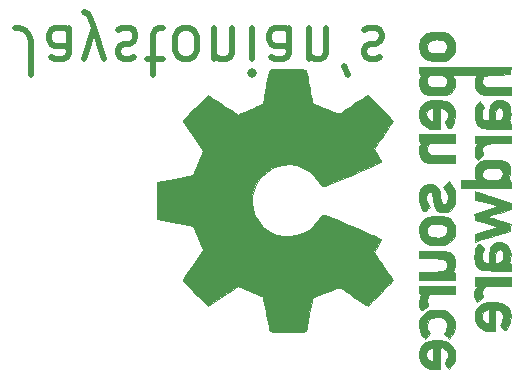
<source format=gbr>
G04 #@! TF.GenerationSoftware,KiCad,Pcbnew,(5.1.5)-3*
G04 #@! TF.CreationDate,2020-09-28T21:35:28-04:00*
G04 #@! TF.ProjectId,PowerSync,506f7765-7253-4796-9e63-2e6b69636164,rev?*
G04 #@! TF.SameCoordinates,Original*
G04 #@! TF.FileFunction,Legend,Bot*
G04 #@! TF.FilePolarity,Positive*
%FSLAX46Y46*%
G04 Gerber Fmt 4.6, Leading zero omitted, Abs format (unit mm)*
G04 Created by KiCad (PCBNEW (5.1.5)-3) date 2020-09-28 21:35:28*
%MOMM*%
%LPD*%
G04 APERTURE LIST*
%ADD10C,0.500000*%
%ADD11C,0.010000*%
G04 APERTURE END LIST*
D10*
X116814000Y-72548476D02*
X116814000Y-69691333D01*
X116647333Y-69119904D01*
X116314000Y-68738952D01*
X115814000Y-68548476D01*
X115480666Y-68548476D01*
X119980666Y-68548476D02*
X119980666Y-70643714D01*
X119814000Y-71024666D01*
X119480666Y-71215142D01*
X118814000Y-71215142D01*
X118480666Y-71024666D01*
X119980666Y-68738952D02*
X119647333Y-68548476D01*
X118814000Y-68548476D01*
X118480666Y-68738952D01*
X118314000Y-69119904D01*
X118314000Y-69500857D01*
X118480666Y-69881809D01*
X118814000Y-70072285D01*
X119647333Y-70072285D01*
X119980666Y-70262761D01*
X121314000Y-71215142D02*
X122147333Y-68548476D01*
X122980666Y-71215142D02*
X122147333Y-68548476D01*
X121814000Y-67596095D01*
X121647333Y-67405619D01*
X121314000Y-67215142D01*
X124147333Y-68738952D02*
X124480666Y-68548476D01*
X125147333Y-68548476D01*
X125480666Y-68738952D01*
X125647333Y-69119904D01*
X125647333Y-69310380D01*
X125480666Y-69691333D01*
X125147333Y-69881809D01*
X124647333Y-69881809D01*
X124314000Y-70072285D01*
X124147333Y-70453238D01*
X124147333Y-70643714D01*
X124314000Y-71024666D01*
X124647333Y-71215142D01*
X125147333Y-71215142D01*
X125480666Y-71024666D01*
X126647333Y-71215142D02*
X127980666Y-71215142D01*
X127147333Y-72548476D02*
X127147333Y-69119904D01*
X127314000Y-68738952D01*
X127647333Y-68548476D01*
X127980666Y-68548476D01*
X129647333Y-68548476D02*
X129314000Y-68738952D01*
X129147333Y-68929428D01*
X128980666Y-69310380D01*
X128980666Y-70453238D01*
X129147333Y-70834190D01*
X129314000Y-71024666D01*
X129647333Y-71215142D01*
X130147333Y-71215142D01*
X130480666Y-71024666D01*
X130647333Y-70834190D01*
X130814000Y-70453238D01*
X130814000Y-69310380D01*
X130647333Y-68929428D01*
X130480666Y-68738952D01*
X130147333Y-68548476D01*
X129647333Y-68548476D01*
X132314000Y-71215142D02*
X132314000Y-68548476D01*
X132314000Y-70834190D02*
X132480666Y-71024666D01*
X132814000Y-71215142D01*
X133314000Y-71215142D01*
X133647333Y-71024666D01*
X133814000Y-70643714D01*
X133814000Y-68548476D01*
X135480666Y-68548476D02*
X135480666Y-71215142D01*
X135480666Y-72548476D02*
X135314000Y-72358000D01*
X135480666Y-72167523D01*
X135647333Y-72358000D01*
X135480666Y-72548476D01*
X135480666Y-72167523D01*
X138647333Y-68548476D02*
X138647333Y-70643714D01*
X138480666Y-71024666D01*
X138147333Y-71215142D01*
X137480666Y-71215142D01*
X137147333Y-71024666D01*
X138647333Y-68738952D02*
X138314000Y-68548476D01*
X137480666Y-68548476D01*
X137147333Y-68738952D01*
X136980666Y-69119904D01*
X136980666Y-69500857D01*
X137147333Y-69881809D01*
X137480666Y-70072285D01*
X138314000Y-70072285D01*
X138647333Y-70262761D01*
X140314000Y-71215142D02*
X140314000Y-68548476D01*
X140314000Y-70834190D02*
X140480666Y-71024666D01*
X140814000Y-71215142D01*
X141314000Y-71215142D01*
X141647333Y-71024666D01*
X141814000Y-70643714D01*
X141814000Y-68548476D01*
X143647333Y-72548476D02*
X143314000Y-71786571D01*
X144980666Y-68738952D02*
X145314000Y-68548476D01*
X145980666Y-68548476D01*
X146314000Y-68738952D01*
X146480666Y-69119904D01*
X146480666Y-69310380D01*
X146314000Y-69691333D01*
X145980666Y-69881809D01*
X145480666Y-69881809D01*
X145147333Y-70072285D01*
X144980666Y-70453238D01*
X144980666Y-70643714D01*
X145147333Y-71024666D01*
X145480666Y-71215142D01*
X145980666Y-71215142D01*
X146314000Y-71024666D01*
D11*
G36*
X130477111Y-85274571D02*
G01*
X130906281Y-86315656D01*
X131335450Y-87356741D01*
X130486169Y-88605697D01*
X130249701Y-88955470D01*
X130038566Y-89271645D01*
X129862404Y-89539469D01*
X129730854Y-89744188D01*
X129653556Y-89871047D01*
X129636889Y-89905595D01*
X129679755Y-89967833D01*
X129798261Y-90100827D01*
X129977269Y-90289671D01*
X130201640Y-90519457D01*
X130456237Y-90775279D01*
X130725921Y-91042229D01*
X130995554Y-91305401D01*
X131249997Y-91549887D01*
X131474112Y-91760780D01*
X131652762Y-91923174D01*
X131770807Y-92022160D01*
X131810313Y-92045824D01*
X131883144Y-92011768D01*
X132042704Y-91916291D01*
X132273384Y-91769431D01*
X132559578Y-91581228D01*
X132885678Y-91361719D01*
X133071678Y-91234522D01*
X133411312Y-91002680D01*
X133717797Y-90796664D01*
X133975878Y-90626470D01*
X134170299Y-90502092D01*
X134285803Y-90433524D01*
X134310077Y-90423220D01*
X134379063Y-90446578D01*
X134539843Y-90510247D01*
X134769811Y-90604620D01*
X135046361Y-90720091D01*
X135346889Y-90847052D01*
X135648787Y-90975899D01*
X135929452Y-91097023D01*
X136166276Y-91200818D01*
X136336656Y-91277677D01*
X136417984Y-91317995D01*
X136421185Y-91320374D01*
X136436713Y-91383681D01*
X136471358Y-91552279D01*
X136521711Y-91808692D01*
X136584369Y-92135446D01*
X136655925Y-92515065D01*
X136697188Y-92736551D01*
X136774422Y-93142193D01*
X136847914Y-93508582D01*
X136913643Y-93817183D01*
X136967589Y-94049459D01*
X137005729Y-94186874D01*
X137017830Y-94214498D01*
X137099733Y-94241553D01*
X137284712Y-94263382D01*
X137551134Y-94280001D01*
X137877370Y-94291424D01*
X138241787Y-94297665D01*
X138622755Y-94298741D01*
X138998644Y-94294665D01*
X139347822Y-94285452D01*
X139648658Y-94271117D01*
X139879522Y-94251675D01*
X140018782Y-94227141D01*
X140047773Y-94212426D01*
X140082521Y-94124466D01*
X140132200Y-93938084D01*
X140190972Y-93677932D01*
X140253003Y-93368664D01*
X140273070Y-93260706D01*
X140368412Y-92740194D01*
X140445194Y-92329028D01*
X140506469Y-92013620D01*
X140555288Y-91780386D01*
X140594703Y-91615739D01*
X140627766Y-91506094D01*
X140657527Y-91437865D01*
X140687040Y-91397465D01*
X140692873Y-91391813D01*
X140786834Y-91335390D01*
X140969694Y-91249317D01*
X141219061Y-91142187D01*
X141512546Y-91022597D01*
X141827755Y-90899139D01*
X142142298Y-90780410D01*
X142433784Y-90675002D01*
X142679821Y-90591511D01*
X142858017Y-90538532D01*
X142945982Y-90524658D01*
X142949063Y-90525815D01*
X143020963Y-90572823D01*
X143179161Y-90679466D01*
X143407190Y-90834538D01*
X143688584Y-91026831D01*
X144006878Y-91245139D01*
X144097329Y-91307311D01*
X144425259Y-91528989D01*
X144724463Y-91724057D01*
X144977760Y-91881887D01*
X145167969Y-91991854D01*
X145277910Y-92043331D01*
X145291416Y-92045824D01*
X145362408Y-92002574D01*
X145503046Y-91883064D01*
X145698214Y-91702659D01*
X145932798Y-91476722D01*
X146191683Y-91220615D01*
X146459754Y-90949702D01*
X146721896Y-90679346D01*
X146962995Y-90424911D01*
X147167935Y-90201759D01*
X147321602Y-90025255D01*
X147408880Y-89910760D01*
X147423129Y-89879087D01*
X147389566Y-89805361D01*
X147299044Y-89654416D01*
X147166811Y-89450838D01*
X147060379Y-89294206D01*
X146865083Y-89010397D01*
X146635129Y-88674297D01*
X146405544Y-88337171D01*
X146282670Y-88155922D01*
X145867713Y-87542432D01*
X146146158Y-87027451D01*
X146268140Y-86792839D01*
X146362952Y-86593336D01*
X146417030Y-86458348D01*
X146424554Y-86423987D01*
X146368998Y-86382670D01*
X146212004Y-86301156D01*
X145968055Y-86185532D01*
X145651631Y-86041883D01*
X145277214Y-85876293D01*
X144859285Y-85694847D01*
X144412325Y-85503630D01*
X143950816Y-85308728D01*
X143489238Y-85116225D01*
X143042074Y-84932205D01*
X142623804Y-84762755D01*
X142248910Y-84613958D01*
X141931873Y-84491901D01*
X141687175Y-84402667D01*
X141529296Y-84352342D01*
X141475073Y-84344249D01*
X141405911Y-84408396D01*
X141293640Y-84548846D01*
X141161587Y-84736236D01*
X141151139Y-84751964D01*
X140763448Y-85236296D01*
X140311145Y-85626827D01*
X139808692Y-85920172D01*
X139270553Y-86112947D01*
X138711188Y-86201767D01*
X138145062Y-86183249D01*
X137586637Y-86054007D01*
X137050375Y-85810657D01*
X136933048Y-85739062D01*
X136459273Y-85366674D01*
X136078825Y-84926742D01*
X135793682Y-84434494D01*
X135605822Y-83905155D01*
X135517225Y-83353952D01*
X135529868Y-82796112D01*
X135645730Y-82246861D01*
X135866790Y-81721425D01*
X136195026Y-81235031D01*
X136328250Y-81084574D01*
X136745276Y-80701657D01*
X137184285Y-80422629D01*
X137676375Y-80231225D01*
X138163697Y-80124623D01*
X138711602Y-80098307D01*
X139262226Y-80186058D01*
X139796959Y-80378962D01*
X140297188Y-80668105D01*
X140744303Y-81044575D01*
X141119692Y-81499458D01*
X141159261Y-81559240D01*
X141288845Y-81748639D01*
X141401120Y-81892617D01*
X141472807Y-81961451D01*
X141475073Y-81962452D01*
X141552621Y-81947674D01*
X141728620Y-81889094D01*
X141988593Y-81792798D01*
X142318061Y-81664874D01*
X142702547Y-81511410D01*
X143127573Y-81338492D01*
X143578660Y-81152208D01*
X144041331Y-80958646D01*
X144501107Y-80763893D01*
X144943511Y-80574036D01*
X145354065Y-80395162D01*
X145718290Y-80233359D01*
X146021708Y-80094714D01*
X146249842Y-79985314D01*
X146388214Y-79911248D01*
X146424554Y-79881421D01*
X146396256Y-79790279D01*
X146320358Y-79619743D01*
X146210427Y-79399219D01*
X146146158Y-79277957D01*
X145867713Y-78762976D01*
X146282670Y-78149486D01*
X146495250Y-77836313D01*
X146729188Y-77493444D01*
X146949460Y-77172141D01*
X147060379Y-77011202D01*
X147212377Y-76784848D01*
X147332830Y-76593178D01*
X147406483Y-76461196D01*
X147422053Y-76418327D01*
X147380051Y-76355932D01*
X147262797Y-76217843D01*
X147082465Y-76017446D01*
X146851228Y-75768130D01*
X146581262Y-75483281D01*
X146407925Y-75303127D01*
X146098244Y-74987944D01*
X145821258Y-74715556D01*
X145588816Y-74496974D01*
X145412766Y-74343209D01*
X145304957Y-74265273D01*
X145283079Y-74257796D01*
X145199859Y-74292494D01*
X145031594Y-74388377D01*
X144795318Y-74534809D01*
X144508066Y-74721155D01*
X144186875Y-74936779D01*
X144097329Y-74998097D01*
X143771873Y-75221525D01*
X143478854Y-75421974D01*
X143234739Y-75588238D01*
X143055994Y-75709110D01*
X142959084Y-75773384D01*
X142949063Y-75779593D01*
X142871832Y-75770307D01*
X142702026Y-75721016D01*
X142462038Y-75640315D01*
X142174258Y-75536798D01*
X141861078Y-75419059D01*
X141544890Y-75295694D01*
X141248084Y-75175296D01*
X140993052Y-75066461D01*
X140802186Y-74977782D01*
X140697877Y-74917855D01*
X140692873Y-74913595D01*
X140663063Y-74876949D01*
X140633583Y-74815054D01*
X140601382Y-74714326D01*
X140563410Y-74561178D01*
X140516613Y-74342025D01*
X140457940Y-74043280D01*
X140384340Y-73651359D01*
X140292760Y-73152674D01*
X140273070Y-73044702D01*
X140211242Y-72724695D01*
X140150758Y-72445718D01*
X140097454Y-72232425D01*
X140057165Y-72109470D01*
X140047773Y-72092982D01*
X139964502Y-72065815D01*
X139778416Y-72043731D01*
X139511147Y-72026748D01*
X139184324Y-72014878D01*
X138819579Y-72008138D01*
X138438544Y-72006541D01*
X138062848Y-72010104D01*
X137714122Y-72018839D01*
X137413999Y-72032763D01*
X137184107Y-72051890D01*
X137046080Y-72076235D01*
X137017830Y-72090910D01*
X136989333Y-72172615D01*
X136942973Y-72358666D01*
X136882771Y-72630527D01*
X136812749Y-72969661D01*
X136736927Y-73357533D01*
X136697188Y-73568857D01*
X136622236Y-73969811D01*
X136554336Y-74327365D01*
X136496896Y-74624044D01*
X136453321Y-74842371D01*
X136427017Y-74964872D01*
X136421185Y-74985034D01*
X136355438Y-75019110D01*
X136197073Y-75091142D01*
X135968717Y-75191528D01*
X135692992Y-75310668D01*
X135392525Y-75438959D01*
X135089939Y-75566800D01*
X134807858Y-75684589D01*
X134568908Y-75782724D01*
X134395713Y-75851605D01*
X134310897Y-75881629D01*
X134307190Y-75882188D01*
X134240282Y-75848152D01*
X134086311Y-75752728D01*
X133860580Y-75605948D01*
X133578391Y-75417840D01*
X133255049Y-75198433D01*
X133069321Y-75070886D01*
X132728777Y-74838472D01*
X132419599Y-74632045D01*
X132157427Y-74461678D01*
X131957902Y-74337442D01*
X131836664Y-74269409D01*
X131809486Y-74259584D01*
X131746225Y-74301821D01*
X131611155Y-74418590D01*
X131419406Y-74594974D01*
X131186112Y-74816057D01*
X130926403Y-75066923D01*
X130655412Y-75332656D01*
X130388272Y-75598339D01*
X130140113Y-75849057D01*
X129926070Y-76069893D01*
X129761272Y-76245931D01*
X129660854Y-76362255D01*
X129636889Y-76401171D01*
X129670588Y-76464533D01*
X129765259Y-76616084D01*
X129911267Y-76841088D01*
X130098973Y-77124810D01*
X130318740Y-77452515D01*
X130486169Y-77699711D01*
X131335450Y-78948667D01*
X130906281Y-79989752D01*
X130477111Y-81030837D01*
X128980464Y-81312984D01*
X127483817Y-81595132D01*
X127483817Y-84710277D01*
X130477111Y-85274571D01*
G37*
X130477111Y-85274571D02*
X130906281Y-86315656D01*
X131335450Y-87356741D01*
X130486169Y-88605697D01*
X130249701Y-88955470D01*
X130038566Y-89271645D01*
X129862404Y-89539469D01*
X129730854Y-89744188D01*
X129653556Y-89871047D01*
X129636889Y-89905595D01*
X129679755Y-89967833D01*
X129798261Y-90100827D01*
X129977269Y-90289671D01*
X130201640Y-90519457D01*
X130456237Y-90775279D01*
X130725921Y-91042229D01*
X130995554Y-91305401D01*
X131249997Y-91549887D01*
X131474112Y-91760780D01*
X131652762Y-91923174D01*
X131770807Y-92022160D01*
X131810313Y-92045824D01*
X131883144Y-92011768D01*
X132042704Y-91916291D01*
X132273384Y-91769431D01*
X132559578Y-91581228D01*
X132885678Y-91361719D01*
X133071678Y-91234522D01*
X133411312Y-91002680D01*
X133717797Y-90796664D01*
X133975878Y-90626470D01*
X134170299Y-90502092D01*
X134285803Y-90433524D01*
X134310077Y-90423220D01*
X134379063Y-90446578D01*
X134539843Y-90510247D01*
X134769811Y-90604620D01*
X135046361Y-90720091D01*
X135346889Y-90847052D01*
X135648787Y-90975899D01*
X135929452Y-91097023D01*
X136166276Y-91200818D01*
X136336656Y-91277677D01*
X136417984Y-91317995D01*
X136421185Y-91320374D01*
X136436713Y-91383681D01*
X136471358Y-91552279D01*
X136521711Y-91808692D01*
X136584369Y-92135446D01*
X136655925Y-92515065D01*
X136697188Y-92736551D01*
X136774422Y-93142193D01*
X136847914Y-93508582D01*
X136913643Y-93817183D01*
X136967589Y-94049459D01*
X137005729Y-94186874D01*
X137017830Y-94214498D01*
X137099733Y-94241553D01*
X137284712Y-94263382D01*
X137551134Y-94280001D01*
X137877370Y-94291424D01*
X138241787Y-94297665D01*
X138622755Y-94298741D01*
X138998644Y-94294665D01*
X139347822Y-94285452D01*
X139648658Y-94271117D01*
X139879522Y-94251675D01*
X140018782Y-94227141D01*
X140047773Y-94212426D01*
X140082521Y-94124466D01*
X140132200Y-93938084D01*
X140190972Y-93677932D01*
X140253003Y-93368664D01*
X140273070Y-93260706D01*
X140368412Y-92740194D01*
X140445194Y-92329028D01*
X140506469Y-92013620D01*
X140555288Y-91780386D01*
X140594703Y-91615739D01*
X140627766Y-91506094D01*
X140657527Y-91437865D01*
X140687040Y-91397465D01*
X140692873Y-91391813D01*
X140786834Y-91335390D01*
X140969694Y-91249317D01*
X141219061Y-91142187D01*
X141512546Y-91022597D01*
X141827755Y-90899139D01*
X142142298Y-90780410D01*
X142433784Y-90675002D01*
X142679821Y-90591511D01*
X142858017Y-90538532D01*
X142945982Y-90524658D01*
X142949063Y-90525815D01*
X143020963Y-90572823D01*
X143179161Y-90679466D01*
X143407190Y-90834538D01*
X143688584Y-91026831D01*
X144006878Y-91245139D01*
X144097329Y-91307311D01*
X144425259Y-91528989D01*
X144724463Y-91724057D01*
X144977760Y-91881887D01*
X145167969Y-91991854D01*
X145277910Y-92043331D01*
X145291416Y-92045824D01*
X145362408Y-92002574D01*
X145503046Y-91883064D01*
X145698214Y-91702659D01*
X145932798Y-91476722D01*
X146191683Y-91220615D01*
X146459754Y-90949702D01*
X146721896Y-90679346D01*
X146962995Y-90424911D01*
X147167935Y-90201759D01*
X147321602Y-90025255D01*
X147408880Y-89910760D01*
X147423129Y-89879087D01*
X147389566Y-89805361D01*
X147299044Y-89654416D01*
X147166811Y-89450838D01*
X147060379Y-89294206D01*
X146865083Y-89010397D01*
X146635129Y-88674297D01*
X146405544Y-88337171D01*
X146282670Y-88155922D01*
X145867713Y-87542432D01*
X146146158Y-87027451D01*
X146268140Y-86792839D01*
X146362952Y-86593336D01*
X146417030Y-86458348D01*
X146424554Y-86423987D01*
X146368998Y-86382670D01*
X146212004Y-86301156D01*
X145968055Y-86185532D01*
X145651631Y-86041883D01*
X145277214Y-85876293D01*
X144859285Y-85694847D01*
X144412325Y-85503630D01*
X143950816Y-85308728D01*
X143489238Y-85116225D01*
X143042074Y-84932205D01*
X142623804Y-84762755D01*
X142248910Y-84613958D01*
X141931873Y-84491901D01*
X141687175Y-84402667D01*
X141529296Y-84352342D01*
X141475073Y-84344249D01*
X141405911Y-84408396D01*
X141293640Y-84548846D01*
X141161587Y-84736236D01*
X141151139Y-84751964D01*
X140763448Y-85236296D01*
X140311145Y-85626827D01*
X139808692Y-85920172D01*
X139270553Y-86112947D01*
X138711188Y-86201767D01*
X138145062Y-86183249D01*
X137586637Y-86054007D01*
X137050375Y-85810657D01*
X136933048Y-85739062D01*
X136459273Y-85366674D01*
X136078825Y-84926742D01*
X135793682Y-84434494D01*
X135605822Y-83905155D01*
X135517225Y-83353952D01*
X135529868Y-82796112D01*
X135645730Y-82246861D01*
X135866790Y-81721425D01*
X136195026Y-81235031D01*
X136328250Y-81084574D01*
X136745276Y-80701657D01*
X137184285Y-80422629D01*
X137676375Y-80231225D01*
X138163697Y-80124623D01*
X138711602Y-80098307D01*
X139262226Y-80186058D01*
X139796959Y-80378962D01*
X140297188Y-80668105D01*
X140744303Y-81044575D01*
X141119692Y-81499458D01*
X141159261Y-81559240D01*
X141288845Y-81748639D01*
X141401120Y-81892617D01*
X141472807Y-81961451D01*
X141475073Y-81962452D01*
X141552621Y-81947674D01*
X141728620Y-81889094D01*
X141988593Y-81792798D01*
X142318061Y-81664874D01*
X142702547Y-81511410D01*
X143127573Y-81338492D01*
X143578660Y-81152208D01*
X144041331Y-80958646D01*
X144501107Y-80763893D01*
X144943511Y-80574036D01*
X145354065Y-80395162D01*
X145718290Y-80233359D01*
X146021708Y-80094714D01*
X146249842Y-79985314D01*
X146388214Y-79911248D01*
X146424554Y-79881421D01*
X146396256Y-79790279D01*
X146320358Y-79619743D01*
X146210427Y-79399219D01*
X146146158Y-79277957D01*
X145867713Y-78762976D01*
X146282670Y-78149486D01*
X146495250Y-77836313D01*
X146729188Y-77493444D01*
X146949460Y-77172141D01*
X147060379Y-77011202D01*
X147212377Y-76784848D01*
X147332830Y-76593178D01*
X147406483Y-76461196D01*
X147422053Y-76418327D01*
X147380051Y-76355932D01*
X147262797Y-76217843D01*
X147082465Y-76017446D01*
X146851228Y-75768130D01*
X146581262Y-75483281D01*
X146407925Y-75303127D01*
X146098244Y-74987944D01*
X145821258Y-74715556D01*
X145588816Y-74496974D01*
X145412766Y-74343209D01*
X145304957Y-74265273D01*
X145283079Y-74257796D01*
X145199859Y-74292494D01*
X145031594Y-74388377D01*
X144795318Y-74534809D01*
X144508066Y-74721155D01*
X144186875Y-74936779D01*
X144097329Y-74998097D01*
X143771873Y-75221525D01*
X143478854Y-75421974D01*
X143234739Y-75588238D01*
X143055994Y-75709110D01*
X142959084Y-75773384D01*
X142949063Y-75779593D01*
X142871832Y-75770307D01*
X142702026Y-75721016D01*
X142462038Y-75640315D01*
X142174258Y-75536798D01*
X141861078Y-75419059D01*
X141544890Y-75295694D01*
X141248084Y-75175296D01*
X140993052Y-75066461D01*
X140802186Y-74977782D01*
X140697877Y-74917855D01*
X140692873Y-74913595D01*
X140663063Y-74876949D01*
X140633583Y-74815054D01*
X140601382Y-74714326D01*
X140563410Y-74561178D01*
X140516613Y-74342025D01*
X140457940Y-74043280D01*
X140384340Y-73651359D01*
X140292760Y-73152674D01*
X140273070Y-73044702D01*
X140211242Y-72724695D01*
X140150758Y-72445718D01*
X140097454Y-72232425D01*
X140057165Y-72109470D01*
X140047773Y-72092982D01*
X139964502Y-72065815D01*
X139778416Y-72043731D01*
X139511147Y-72026748D01*
X139184324Y-72014878D01*
X138819579Y-72008138D01*
X138438544Y-72006541D01*
X138062848Y-72010104D01*
X137714122Y-72018839D01*
X137413999Y-72032763D01*
X137184107Y-72051890D01*
X137046080Y-72076235D01*
X137017830Y-72090910D01*
X136989333Y-72172615D01*
X136942973Y-72358666D01*
X136882771Y-72630527D01*
X136812749Y-72969661D01*
X136736927Y-73357533D01*
X136697188Y-73568857D01*
X136622236Y-73969811D01*
X136554336Y-74327365D01*
X136496896Y-74624044D01*
X136453321Y-74842371D01*
X136427017Y-74964872D01*
X136421185Y-74985034D01*
X136355438Y-75019110D01*
X136197073Y-75091142D01*
X135968717Y-75191528D01*
X135692992Y-75310668D01*
X135392525Y-75438959D01*
X135089939Y-75566800D01*
X134807858Y-75684589D01*
X134568908Y-75782724D01*
X134395713Y-75851605D01*
X134310897Y-75881629D01*
X134307190Y-75882188D01*
X134240282Y-75848152D01*
X134086311Y-75752728D01*
X133860580Y-75605948D01*
X133578391Y-75417840D01*
X133255049Y-75198433D01*
X133069321Y-75070886D01*
X132728777Y-74838472D01*
X132419599Y-74632045D01*
X132157427Y-74461678D01*
X131957902Y-74337442D01*
X131836664Y-74269409D01*
X131809486Y-74259584D01*
X131746225Y-74301821D01*
X131611155Y-74418590D01*
X131419406Y-74594974D01*
X131186112Y-74816057D01*
X130926403Y-75066923D01*
X130655412Y-75332656D01*
X130388272Y-75598339D01*
X130140113Y-75849057D01*
X129926070Y-76069893D01*
X129761272Y-76245931D01*
X129660854Y-76362255D01*
X129636889Y-76401171D01*
X129670588Y-76464533D01*
X129765259Y-76616084D01*
X129911267Y-76841088D01*
X130098973Y-77124810D01*
X130318740Y-77452515D01*
X130486169Y-77699711D01*
X131335450Y-78948667D01*
X130906281Y-79989752D01*
X130477111Y-81030837D01*
X128980464Y-81312984D01*
X127483817Y-81595132D01*
X127483817Y-84710277D01*
X130477111Y-85274571D01*
G36*
X149666915Y-92052482D02*
G01*
X149732499Y-92267141D01*
X149815367Y-92405349D01*
X149880899Y-92450370D01*
X149958580Y-92437977D01*
X150080618Y-92357570D01*
X150167049Y-92289580D01*
X150323304Y-92149420D01*
X150389045Y-92044117D01*
X150384753Y-91954350D01*
X150316986Y-91688059D01*
X150320064Y-91492490D01*
X150396862Y-91333679D01*
X150441812Y-91280363D01*
X150599971Y-91109707D01*
X152665390Y-91109707D01*
X152665390Y-90423220D01*
X149669813Y-90423220D01*
X149669813Y-90766463D01*
X149677962Y-90972543D01*
X149706899Y-91078864D01*
X149763354Y-91109693D01*
X149765027Y-91109707D01*
X149824159Y-91124266D01*
X149816447Y-91190104D01*
X149773785Y-91281328D01*
X149694400Y-91469739D01*
X149646639Y-91622733D01*
X149634396Y-91819591D01*
X149666915Y-92052482D01*
G37*
X149666915Y-92052482D02*
X149732499Y-92267141D01*
X149815367Y-92405349D01*
X149880899Y-92450370D01*
X149958580Y-92437977D01*
X150080618Y-92357570D01*
X150167049Y-92289580D01*
X150323304Y-92149420D01*
X150389045Y-92044117D01*
X150384753Y-91954350D01*
X150316986Y-91688059D01*
X150320064Y-91492490D01*
X150396862Y-91333679D01*
X150441812Y-91280363D01*
X150599971Y-91109707D01*
X152665390Y-91109707D01*
X152665390Y-90423220D01*
X149669813Y-90423220D01*
X149669813Y-90766463D01*
X149677962Y-90972543D01*
X149706899Y-91078864D01*
X149763354Y-91109693D01*
X149765027Y-91109707D01*
X149824159Y-91124266D01*
X149816447Y-91190104D01*
X149773785Y-91281328D01*
X149694400Y-91469739D01*
X149646639Y-91622733D01*
X149634396Y-91819591D01*
X149666915Y-92052482D01*
G36*
X149721368Y-79379229D02*
G01*
X149795556Y-79534550D01*
X149902718Y-79684975D01*
X150026053Y-79799575D01*
X150183362Y-79883047D01*
X150392443Y-79940092D01*
X150671095Y-79975407D01*
X151037118Y-79993691D01*
X151508308Y-79999644D01*
X151557650Y-79999736D01*
X152665390Y-80001107D01*
X152665390Y-79314621D01*
X151644170Y-79314621D01*
X151265834Y-79314132D01*
X150991623Y-79310752D01*
X150800849Y-79301609D01*
X150672823Y-79283834D01*
X150586854Y-79254555D01*
X150522254Y-79210902D01*
X150458421Y-79150091D01*
X150321269Y-78937333D01*
X150295818Y-78705079D01*
X150382534Y-78483817D01*
X150447074Y-78406870D01*
X150507754Y-78350381D01*
X150572737Y-78309824D01*
X150662447Y-78282561D01*
X150797304Y-78265955D01*
X150997731Y-78257366D01*
X151284148Y-78254156D01*
X151632823Y-78253687D01*
X152665390Y-78253687D01*
X152665390Y-77567200D01*
X149669813Y-77567200D01*
X149669813Y-77910444D01*
X149677962Y-78116523D01*
X149706899Y-78222845D01*
X149763354Y-78253673D01*
X149765027Y-78253687D01*
X149820315Y-78267990D01*
X149814040Y-78331077D01*
X149753290Y-78456512D01*
X149663907Y-78741000D01*
X149653966Y-79066426D01*
X149721368Y-79379229D01*
G37*
X149721368Y-79379229D02*
X149795556Y-79534550D01*
X149902718Y-79684975D01*
X150026053Y-79799575D01*
X150183362Y-79883047D01*
X150392443Y-79940092D01*
X150671095Y-79975407D01*
X151037118Y-79993691D01*
X151508308Y-79999644D01*
X151557650Y-79999736D01*
X152665390Y-80001107D01*
X152665390Y-79314621D01*
X151644170Y-79314621D01*
X151265834Y-79314132D01*
X150991623Y-79310752D01*
X150800849Y-79301609D01*
X150672823Y-79283834D01*
X150586854Y-79254555D01*
X150522254Y-79210902D01*
X150458421Y-79150091D01*
X150321269Y-78937333D01*
X150295818Y-78705079D01*
X150382534Y-78483817D01*
X150447074Y-78406870D01*
X150507754Y-78350381D01*
X150572737Y-78309824D01*
X150662447Y-78282561D01*
X150797304Y-78265955D01*
X150997731Y-78257366D01*
X151284148Y-78254156D01*
X151632823Y-78253687D01*
X152665390Y-78253687D01*
X152665390Y-77567200D01*
X149669813Y-77567200D01*
X149669813Y-77910444D01*
X149677962Y-78116523D01*
X149706899Y-78222845D01*
X149763354Y-78253673D01*
X149765027Y-78253687D01*
X149820315Y-78267990D01*
X149814040Y-78331077D01*
X149753290Y-78456512D01*
X149663907Y-78741000D01*
X149653966Y-79066426D01*
X149721368Y-79379229D01*
G36*
X149659104Y-96412294D02*
G01*
X149697926Y-96572097D01*
X149840084Y-96878469D01*
X150057199Y-97140447D01*
X150317515Y-97321756D01*
X150375964Y-97346665D01*
X150529060Y-97380836D01*
X150755536Y-97404755D01*
X150984440Y-97412901D01*
X151417233Y-97412901D01*
X151417233Y-96507987D01*
X151418643Y-96134762D01*
X151427210Y-95871833D01*
X151449433Y-95704684D01*
X151491813Y-95618797D01*
X151560851Y-95599654D01*
X151663048Y-95632739D01*
X151782629Y-95692004D01*
X151982197Y-95857324D01*
X152081622Y-96087060D01*
X152078383Y-96367855D01*
X151970167Y-96685926D01*
X151836615Y-96960817D01*
X152197331Y-97417009D01*
X152395596Y-97202420D01*
X152582926Y-96915935D01*
X152695870Y-96563612D01*
X152727477Y-96184640D01*
X152670797Y-95818212D01*
X152651565Y-95759092D01*
X152483381Y-95437040D01*
X152232643Y-95197477D01*
X151891867Y-95035355D01*
X151453566Y-94945624D01*
X151444172Y-94944579D01*
X150966502Y-94936544D01*
X150796091Y-94969023D01*
X150796091Y-95603073D01*
X150822296Y-95661304D01*
X150842368Y-95819400D01*
X150853828Y-96052461D01*
X150855562Y-96200153D01*
X150854477Y-96475574D01*
X150847576Y-96647784D01*
X150829387Y-96738387D01*
X150794440Y-96768988D01*
X150737264Y-96761191D01*
X150715144Y-96754651D01*
X150507296Y-96643003D01*
X150339786Y-96467410D01*
X150266177Y-96312448D01*
X150270622Y-96106580D01*
X150362416Y-95897972D01*
X150514398Y-95722982D01*
X150699406Y-95617972D01*
X150796091Y-95603073D01*
X150796091Y-94969023D01*
X150546379Y-95016618D01*
X150193806Y-95175478D01*
X149918789Y-95403799D01*
X149731330Y-95692258D01*
X149641434Y-96031531D01*
X149659104Y-96412294D01*
G37*
X149659104Y-96412294D02*
X149697926Y-96572097D01*
X149840084Y-96878469D01*
X150057199Y-97140447D01*
X150317515Y-97321756D01*
X150375964Y-97346665D01*
X150529060Y-97380836D01*
X150755536Y-97404755D01*
X150984440Y-97412901D01*
X151417233Y-97412901D01*
X151417233Y-96507987D01*
X151418643Y-96134762D01*
X151427210Y-95871833D01*
X151449433Y-95704684D01*
X151491813Y-95618797D01*
X151560851Y-95599654D01*
X151663048Y-95632739D01*
X151782629Y-95692004D01*
X151982197Y-95857324D01*
X152081622Y-96087060D01*
X152078383Y-96367855D01*
X151970167Y-96685926D01*
X151836615Y-96960817D01*
X152197331Y-97417009D01*
X152395596Y-97202420D01*
X152582926Y-96915935D01*
X152695870Y-96563612D01*
X152727477Y-96184640D01*
X152670797Y-95818212D01*
X152651565Y-95759092D01*
X152483381Y-95437040D01*
X152232643Y-95197477D01*
X151891867Y-95035355D01*
X151453566Y-94945624D01*
X151444172Y-94944579D01*
X150966502Y-94936544D01*
X150796091Y-94969023D01*
X150796091Y-95603073D01*
X150822296Y-95661304D01*
X150842368Y-95819400D01*
X150853828Y-96052461D01*
X150855562Y-96200153D01*
X150854477Y-96475574D01*
X150847576Y-96647784D01*
X150829387Y-96738387D01*
X150794440Y-96768988D01*
X150737264Y-96761191D01*
X150715144Y-96754651D01*
X150507296Y-96643003D01*
X150339786Y-96467410D01*
X150266177Y-96312448D01*
X150270622Y-96106580D01*
X150362416Y-95897972D01*
X150514398Y-95722982D01*
X150699406Y-95617972D01*
X150796091Y-95603073D01*
X150796091Y-94969023D01*
X150546379Y-95016618D01*
X150193806Y-95175478D01*
X149918789Y-95403799D01*
X149731330Y-95692258D01*
X149641434Y-96031531D01*
X149659104Y-96412294D01*
G36*
X149695949Y-94125913D02*
G01*
X149849555Y-94487499D01*
X149924329Y-94601386D01*
X150039240Y-94746943D01*
X150129593Y-94838315D01*
X150159022Y-94854178D01*
X150224325Y-94809381D01*
X150335136Y-94694742D01*
X150412476Y-94602962D01*
X150614359Y-94351746D01*
X150447444Y-94153378D01*
X150339687Y-94000087D01*
X150302492Y-93850621D01*
X150311575Y-93679558D01*
X150379113Y-93407919D01*
X150519294Y-93220935D01*
X150745915Y-93107302D01*
X151072771Y-93055717D01*
X151072975Y-93055704D01*
X151438303Y-93060165D01*
X151706347Y-93129497D01*
X151888842Y-93267797D01*
X151950643Y-93362081D01*
X152027600Y-93612477D01*
X152027646Y-93879925D01*
X151952977Y-94112614D01*
X151916496Y-94167692D01*
X151823307Y-94305827D01*
X151808034Y-94413825D01*
X151877394Y-94530302D01*
X152001972Y-94659070D01*
X152212264Y-94862893D01*
X152398797Y-94636597D01*
X152609322Y-94286958D01*
X152713070Y-93892680D01*
X152705558Y-93480649D01*
X152636767Y-93210055D01*
X152466648Y-92893781D01*
X152199021Y-92640837D01*
X152010107Y-92525921D01*
X151739057Y-92432849D01*
X151395769Y-92386278D01*
X151023721Y-92385919D01*
X150666389Y-92431483D01*
X150367249Y-92522682D01*
X150336579Y-92537046D01*
X150035779Y-92749761D01*
X149816771Y-93037761D01*
X149684101Y-93378289D01*
X149642312Y-93748591D01*
X149695949Y-94125913D01*
G37*
X149695949Y-94125913D02*
X149849555Y-94487499D01*
X149924329Y-94601386D01*
X150039240Y-94746943D01*
X150129593Y-94838315D01*
X150159022Y-94854178D01*
X150224325Y-94809381D01*
X150335136Y-94694742D01*
X150412476Y-94602962D01*
X150614359Y-94351746D01*
X150447444Y-94153378D01*
X150339687Y-94000087D01*
X150302492Y-93850621D01*
X150311575Y-93679558D01*
X150379113Y-93407919D01*
X150519294Y-93220935D01*
X150745915Y-93107302D01*
X151072771Y-93055717D01*
X151072975Y-93055704D01*
X151438303Y-93060165D01*
X151706347Y-93129497D01*
X151888842Y-93267797D01*
X151950643Y-93362081D01*
X152027600Y-93612477D01*
X152027646Y-93879925D01*
X151952977Y-94112614D01*
X151916496Y-94167692D01*
X151823307Y-94305827D01*
X151808034Y-94413825D01*
X151877394Y-94530302D01*
X152001972Y-94659070D01*
X152212264Y-94862893D01*
X152398797Y-94636597D01*
X152609322Y-94286958D01*
X152713070Y-93892680D01*
X152705558Y-93480649D01*
X152636767Y-93210055D01*
X152466648Y-92893781D01*
X152199021Y-92640837D01*
X152010107Y-92525921D01*
X151739057Y-92432849D01*
X151395769Y-92386278D01*
X151023721Y-92385919D01*
X150666389Y-92431483D01*
X150367249Y-92522682D01*
X150336579Y-92537046D01*
X150035779Y-92749761D01*
X149816771Y-93037761D01*
X149684101Y-93378289D01*
X149642312Y-93748591D01*
X149695949Y-94125913D01*
G36*
X150641237Y-88051721D02*
G01*
X151098943Y-88057620D01*
X151446599Y-88079171D01*
X151698583Y-88122158D01*
X151869270Y-88192365D01*
X151973036Y-88295576D01*
X152024257Y-88437574D01*
X152037342Y-88613392D01*
X152022680Y-88797533D01*
X151969113Y-88937400D01*
X151862262Y-89038776D01*
X151687753Y-89107445D01*
X151431210Y-89149192D01*
X151078255Y-89169799D01*
X150641237Y-89175063D01*
X149669813Y-89175063D01*
X149669813Y-89861549D01*
X152665390Y-89861549D01*
X152665390Y-89518306D01*
X152657006Y-89311383D01*
X152627559Y-89204831D01*
X152571657Y-89175063D01*
X152521869Y-89157134D01*
X152532402Y-89085781D01*
X152602861Y-88941958D01*
X152711555Y-88612322D01*
X152703854Y-88262697D01*
X152585825Y-87927693D01*
X152492590Y-87768161D01*
X152391641Y-87646474D01*
X152265332Y-87557576D01*
X152096013Y-87496408D01*
X151866038Y-87457913D01*
X151557759Y-87437034D01*
X151153528Y-87428713D01*
X150840934Y-87427643D01*
X149669813Y-87427643D01*
X149669813Y-88051721D01*
X150641237Y-88051721D01*
G37*
X150641237Y-88051721D02*
X151098943Y-88057620D01*
X151446599Y-88079171D01*
X151698583Y-88122158D01*
X151869270Y-88192365D01*
X151973036Y-88295576D01*
X152024257Y-88437574D01*
X152037342Y-88613392D01*
X152022680Y-88797533D01*
X151969113Y-88937400D01*
X151862262Y-89038776D01*
X151687753Y-89107445D01*
X151431210Y-89149192D01*
X151078255Y-89169799D01*
X150641237Y-89175063D01*
X149669813Y-89175063D01*
X149669813Y-89861549D01*
X152665390Y-89861549D01*
X152665390Y-89518306D01*
X152657006Y-89311383D01*
X152627559Y-89204831D01*
X152571657Y-89175063D01*
X152521869Y-89157134D01*
X152532402Y-89085781D01*
X152602861Y-88941958D01*
X152711555Y-88612322D01*
X152703854Y-88262697D01*
X152585825Y-87927693D01*
X152492590Y-87768161D01*
X152391641Y-87646474D01*
X152265332Y-87557576D01*
X152096013Y-87496408D01*
X151866038Y-87457913D01*
X151557759Y-87437034D01*
X151153528Y-87428713D01*
X150840934Y-87427643D01*
X149669813Y-87427643D01*
X149669813Y-88051721D01*
X150641237Y-88051721D01*
G36*
X149706744Y-86152798D02*
G01*
X149878652Y-86468461D01*
X150150033Y-86715427D01*
X150370748Y-86831789D01*
X150565693Y-86881747D01*
X150843604Y-86914117D01*
X151163751Y-86927989D01*
X151485404Y-86922452D01*
X151767833Y-86896596D01*
X151918678Y-86866396D01*
X152125038Y-86764515D01*
X152344224Y-86588072D01*
X152535895Y-86375431D01*
X152659710Y-86164954D01*
X152661674Y-86159821D01*
X152715777Y-85898642D01*
X152717117Y-85589117D01*
X152667861Y-85294980D01*
X152628383Y-85181405D01*
X152462503Y-84888883D01*
X152245172Y-84679381D01*
X151957446Y-84541735D01*
X151580380Y-84464780D01*
X151382875Y-84447369D01*
X151134696Y-84449590D01*
X151134696Y-85118552D01*
X151496834Y-85141086D01*
X151772798Y-85205950D01*
X151949121Y-85309034D01*
X151999542Y-85382472D01*
X152034703Y-85570632D01*
X152024293Y-85794287D01*
X151973696Y-85987651D01*
X151945860Y-86038358D01*
X151783733Y-86172142D01*
X151535613Y-86260444D01*
X151233657Y-86298032D01*
X150910019Y-86279672D01*
X150715244Y-86238639D01*
X150489681Y-86120829D01*
X150348681Y-85934851D01*
X150299930Y-85710869D01*
X150351115Y-85479048D01*
X150476314Y-85300975D01*
X150579611Y-85207393D01*
X150681427Y-85152774D01*
X150819220Y-85126740D01*
X151030450Y-85118912D01*
X151134696Y-85118552D01*
X151134696Y-84449590D01*
X150855836Y-84452086D01*
X150423650Y-84537923D01*
X150086299Y-84704888D01*
X149843769Y-84952989D01*
X149696044Y-85282234D01*
X149678913Y-85352934D01*
X149638700Y-85777826D01*
X149706744Y-86152798D01*
G37*
X149706744Y-86152798D02*
X149878652Y-86468461D01*
X150150033Y-86715427D01*
X150370748Y-86831789D01*
X150565693Y-86881747D01*
X150843604Y-86914117D01*
X151163751Y-86927989D01*
X151485404Y-86922452D01*
X151767833Y-86896596D01*
X151918678Y-86866396D01*
X152125038Y-86764515D01*
X152344224Y-86588072D01*
X152535895Y-86375431D01*
X152659710Y-86164954D01*
X152661674Y-86159821D01*
X152715777Y-85898642D01*
X152717117Y-85589117D01*
X152667861Y-85294980D01*
X152628383Y-85181405D01*
X152462503Y-84888883D01*
X152245172Y-84679381D01*
X151957446Y-84541735D01*
X151580380Y-84464780D01*
X151382875Y-84447369D01*
X151134696Y-84449590D01*
X151134696Y-85118552D01*
X151496834Y-85141086D01*
X151772798Y-85205950D01*
X151949121Y-85309034D01*
X151999542Y-85382472D01*
X152034703Y-85570632D01*
X152024293Y-85794287D01*
X151973696Y-85987651D01*
X151945860Y-86038358D01*
X151783733Y-86172142D01*
X151535613Y-86260444D01*
X151233657Y-86298032D01*
X150910019Y-86279672D01*
X150715244Y-86238639D01*
X150489681Y-86120829D01*
X150348681Y-85934851D01*
X150299930Y-85710869D01*
X150351115Y-85479048D01*
X150476314Y-85300975D01*
X150579611Y-85207393D01*
X150681427Y-85152774D01*
X150819220Y-85126740D01*
X151030450Y-85118912D01*
X151134696Y-85118552D01*
X151134696Y-84449590D01*
X150855836Y-84452086D01*
X150423650Y-84537923D01*
X150086299Y-84704888D01*
X149843769Y-84952989D01*
X149696044Y-85282234D01*
X149678913Y-85352934D01*
X149638700Y-85777826D01*
X149706744Y-86152798D01*
G36*
X149659080Y-83191069D02*
G01*
X149703899Y-83427399D01*
X149797640Y-83672576D01*
X149809591Y-83698773D01*
X149907356Y-83884700D01*
X149998208Y-84013463D01*
X150056409Y-84055082D01*
X150151327Y-84015448D01*
X150291378Y-83919176D01*
X150343658Y-83876443D01*
X150549444Y-83700342D01*
X150415492Y-83473310D01*
X150326256Y-83257244D01*
X150278557Y-83007594D01*
X150275544Y-82768182D01*
X150320364Y-82582833D01*
X150348339Y-82538353D01*
X150476605Y-82453644D01*
X150624357Y-82443350D01*
X150739783Y-82506734D01*
X150762168Y-82544227D01*
X150789969Y-82656576D01*
X150822643Y-82854061D01*
X150853866Y-83097506D01*
X150858762Y-83142417D01*
X150926399Y-83533422D01*
X151041288Y-83817012D01*
X151214037Y-84005090D01*
X151455255Y-84109555D01*
X151749884Y-84142097D01*
X152084797Y-84097141D01*
X152347794Y-83951158D01*
X152539351Y-83703565D01*
X152659942Y-83353776D01*
X152707520Y-82965480D01*
X152706948Y-82648837D01*
X152663736Y-82391996D01*
X152604077Y-82216586D01*
X152500127Y-81994948D01*
X152379491Y-81790122D01*
X152326393Y-81717323D01*
X152173571Y-81530100D01*
X151945090Y-81755899D01*
X151716608Y-81981699D01*
X151886497Y-82238418D01*
X152014095Y-82495904D01*
X152080835Y-82770859D01*
X152087877Y-83035167D01*
X152036382Y-83260708D01*
X151927510Y-83419366D01*
X151835648Y-83470596D01*
X151688323Y-83462911D01*
X151575663Y-83335611D01*
X151497866Y-83089042D01*
X151461910Y-82818899D01*
X151393309Y-82403152D01*
X151263882Y-82094294D01*
X151069840Y-81888194D01*
X150807393Y-81780718D01*
X150496237Y-81765829D01*
X150171227Y-81839373D01*
X149925564Y-82007043D01*
X149758126Y-82270343D01*
X149667789Y-82630774D01*
X149650081Y-82897798D01*
X149659080Y-83191069D01*
G37*
X149659080Y-83191069D02*
X149703899Y-83427399D01*
X149797640Y-83672576D01*
X149809591Y-83698773D01*
X149907356Y-83884700D01*
X149998208Y-84013463D01*
X150056409Y-84055082D01*
X150151327Y-84015448D01*
X150291378Y-83919176D01*
X150343658Y-83876443D01*
X150549444Y-83700342D01*
X150415492Y-83473310D01*
X150326256Y-83257244D01*
X150278557Y-83007594D01*
X150275544Y-82768182D01*
X150320364Y-82582833D01*
X150348339Y-82538353D01*
X150476605Y-82453644D01*
X150624357Y-82443350D01*
X150739783Y-82506734D01*
X150762168Y-82544227D01*
X150789969Y-82656576D01*
X150822643Y-82854061D01*
X150853866Y-83097506D01*
X150858762Y-83142417D01*
X150926399Y-83533422D01*
X151041288Y-83817012D01*
X151214037Y-84005090D01*
X151455255Y-84109555D01*
X151749884Y-84142097D01*
X152084797Y-84097141D01*
X152347794Y-83951158D01*
X152539351Y-83703565D01*
X152659942Y-83353776D01*
X152707520Y-82965480D01*
X152706948Y-82648837D01*
X152663736Y-82391996D01*
X152604077Y-82216586D01*
X152500127Y-81994948D01*
X152379491Y-81790122D01*
X152326393Y-81717323D01*
X152173571Y-81530100D01*
X151945090Y-81755899D01*
X151716608Y-81981699D01*
X151886497Y-82238418D01*
X152014095Y-82495904D01*
X152080835Y-82770859D01*
X152087877Y-83035167D01*
X152036382Y-83260708D01*
X151927510Y-83419366D01*
X151835648Y-83470596D01*
X151688323Y-83462911D01*
X151575663Y-83335611D01*
X151497866Y-83089042D01*
X151461910Y-82818899D01*
X151393309Y-82403152D01*
X151263882Y-82094294D01*
X151069840Y-81888194D01*
X150807393Y-81780718D01*
X150496237Y-81765829D01*
X150171227Y-81839373D01*
X149925564Y-82007043D01*
X149758126Y-82270343D01*
X149667789Y-82630774D01*
X149650081Y-82897798D01*
X149659080Y-83191069D01*
G36*
X149739298Y-76388007D02*
G01*
X149768577Y-76450197D01*
X149926251Y-76665443D01*
X150156357Y-76868979D01*
X150409727Y-77020958D01*
X150526215Y-77064185D01*
X150734291Y-77103624D01*
X150985753Y-77127140D01*
X151089591Y-77129997D01*
X151417233Y-77130345D01*
X151417233Y-75244578D01*
X151588854Y-75284775D01*
X151791832Y-75383442D01*
X151967253Y-75555942D01*
X152080254Y-75761163D01*
X152103719Y-75891939D01*
X152075243Y-76069288D01*
X152003822Y-76280884D01*
X151970962Y-76352765D01*
X151838204Y-76618586D01*
X152011234Y-76845440D01*
X152128262Y-76976341D01*
X152224855Y-77045992D01*
X152253205Y-77049520D01*
X152321914Y-76987295D01*
X152426331Y-76850925D01*
X152507791Y-76727149D01*
X152654228Y-76393141D01*
X152720507Y-76018691D01*
X152703275Y-75647561D01*
X152613198Y-75351721D01*
X152420238Y-75046756D01*
X152166181Y-74830028D01*
X151837482Y-74694449D01*
X151420595Y-74632924D01*
X151229838Y-74627468D01*
X150792709Y-74649302D01*
X150779993Y-74651984D01*
X150779993Y-75276841D01*
X150820985Y-75294051D01*
X150843590Y-75364781D01*
X150853279Y-75510665D01*
X150855523Y-75753336D01*
X150855562Y-75846779D01*
X150852175Y-76131075D01*
X150839874Y-76311366D01*
X150815452Y-76408329D01*
X150775701Y-76442645D01*
X150762935Y-76443859D01*
X150661490Y-76404696D01*
X150519378Y-76306680D01*
X150469618Y-76264543D01*
X150328886Y-76108110D01*
X150273553Y-75945045D01*
X150268928Y-75857189D01*
X150326768Y-75619510D01*
X150482133Y-75420193D01*
X150707792Y-75293759D01*
X150715144Y-75291518D01*
X150779993Y-75276841D01*
X150779993Y-74651984D01*
X150448511Y-74721911D01*
X150173129Y-74852711D01*
X149977650Y-75012680D01*
X149765684Y-75308434D01*
X149652415Y-75656098D01*
X149642176Y-76025884D01*
X149739298Y-76388007D01*
G37*
X149739298Y-76388007D02*
X149768577Y-76450197D01*
X149926251Y-76665443D01*
X150156357Y-76868979D01*
X150409727Y-77020958D01*
X150526215Y-77064185D01*
X150734291Y-77103624D01*
X150985753Y-77127140D01*
X151089591Y-77129997D01*
X151417233Y-77130345D01*
X151417233Y-75244578D01*
X151588854Y-75284775D01*
X151791832Y-75383442D01*
X151967253Y-75555942D01*
X152080254Y-75761163D01*
X152103719Y-75891939D01*
X152075243Y-76069288D01*
X152003822Y-76280884D01*
X151970962Y-76352765D01*
X151838204Y-76618586D01*
X152011234Y-76845440D01*
X152128262Y-76976341D01*
X152224855Y-77045992D01*
X152253205Y-77049520D01*
X152321914Y-76987295D01*
X152426331Y-76850925D01*
X152507791Y-76727149D01*
X152654228Y-76393141D01*
X152720507Y-76018691D01*
X152703275Y-75647561D01*
X152613198Y-75351721D01*
X152420238Y-75046756D01*
X152166181Y-74830028D01*
X151837482Y-74694449D01*
X151420595Y-74632924D01*
X151229838Y-74627468D01*
X150792709Y-74649302D01*
X150779993Y-74651984D01*
X150779993Y-75276841D01*
X150820985Y-75294051D01*
X150843590Y-75364781D01*
X150853279Y-75510665D01*
X150855523Y-75753336D01*
X150855562Y-75846779D01*
X150852175Y-76131075D01*
X150839874Y-76311366D01*
X150815452Y-76408329D01*
X150775701Y-76442645D01*
X150762935Y-76443859D01*
X150661490Y-76404696D01*
X150519378Y-76306680D01*
X150469618Y-76264543D01*
X150328886Y-76108110D01*
X150273553Y-75945045D01*
X150268928Y-75857189D01*
X150326768Y-75619510D01*
X150482133Y-75420193D01*
X150707792Y-75293759D01*
X150715144Y-75291518D01*
X150779993Y-75276841D01*
X150779993Y-74651984D01*
X150448511Y-74721911D01*
X150173129Y-74852711D01*
X149977650Y-75012680D01*
X149765684Y-75308434D01*
X149652415Y-75656098D01*
X149642176Y-76025884D01*
X149739298Y-76388007D01*
G36*
X149702242Y-70523742D02*
G01*
X149846583Y-70850230D01*
X150087603Y-71098080D01*
X150425670Y-71267652D01*
X150861152Y-71359309D01*
X150929146Y-71365879D01*
X151408526Y-71371027D01*
X151828718Y-71304284D01*
X152169288Y-71169710D01*
X152278840Y-71097649D01*
X152510702Y-70846644D01*
X152660872Y-70526976D01*
X152723190Y-70169347D01*
X152691498Y-69804461D01*
X152593888Y-69527088D01*
X152429394Y-69288557D01*
X152213726Y-69093605D01*
X152208680Y-69090233D01*
X152075566Y-69011061D01*
X151941712Y-68959609D01*
X151772784Y-68928452D01*
X151534447Y-68910162D01*
X151339001Y-68902105D01*
X151161760Y-68898751D01*
X151161760Y-69522705D01*
X151338202Y-69528804D01*
X151573079Y-69550941D01*
X151723814Y-69589995D01*
X151831055Y-69660424D01*
X151893700Y-69726385D01*
X152024862Y-69960223D01*
X152042390Y-70204892D01*
X151948018Y-70432756D01*
X151842266Y-70546687D01*
X151735697Y-70628786D01*
X151633725Y-70676807D01*
X151501016Y-70697883D01*
X151302236Y-70699146D01*
X151119171Y-70692651D01*
X150857657Y-70678682D01*
X150688039Y-70656536D01*
X150577403Y-70616619D01*
X150492838Y-70549342D01*
X150444506Y-70496029D01*
X150317545Y-70273026D01*
X150311216Y-70032448D01*
X150386418Y-69830724D01*
X150543463Y-69658636D01*
X150801436Y-69556113D01*
X151161760Y-69522705D01*
X151161760Y-68898751D01*
X150950338Y-68894748D01*
X150659670Y-68907312D01*
X150441052Y-68944963D01*
X150268537Y-69012862D01*
X150116180Y-69116176D01*
X150070941Y-69154481D01*
X149845540Y-69393989D01*
X149713880Y-69650889D01*
X149658719Y-69965057D01*
X149654211Y-70118255D01*
X149702242Y-70523742D01*
G37*
X149702242Y-70523742D02*
X149846583Y-70850230D01*
X150087603Y-71098080D01*
X150425670Y-71267652D01*
X150861152Y-71359309D01*
X150929146Y-71365879D01*
X151408526Y-71371027D01*
X151828718Y-71304284D01*
X152169288Y-71169710D01*
X152278840Y-71097649D01*
X152510702Y-70846644D01*
X152660872Y-70526976D01*
X152723190Y-70169347D01*
X152691498Y-69804461D01*
X152593888Y-69527088D01*
X152429394Y-69288557D01*
X152213726Y-69093605D01*
X152208680Y-69090233D01*
X152075566Y-69011061D01*
X151941712Y-68959609D01*
X151772784Y-68928452D01*
X151534447Y-68910162D01*
X151339001Y-68902105D01*
X151161760Y-68898751D01*
X151161760Y-69522705D01*
X151338202Y-69528804D01*
X151573079Y-69550941D01*
X151723814Y-69589995D01*
X151831055Y-69660424D01*
X151893700Y-69726385D01*
X152024862Y-69960223D01*
X152042390Y-70204892D01*
X151948018Y-70432756D01*
X151842266Y-70546687D01*
X151735697Y-70628786D01*
X151633725Y-70676807D01*
X151501016Y-70697883D01*
X151302236Y-70699146D01*
X151119171Y-70692651D01*
X150857657Y-70678682D01*
X150688039Y-70656536D01*
X150577403Y-70616619D01*
X150492838Y-70549342D01*
X150444506Y-70496029D01*
X150317545Y-70273026D01*
X150311216Y-70032448D01*
X150386418Y-69830724D01*
X150543463Y-69658636D01*
X150801436Y-69556113D01*
X151161760Y-69522705D01*
X151161760Y-68898751D01*
X150950338Y-68894748D01*
X150659670Y-68907312D01*
X150441052Y-68944963D01*
X150268537Y-69012862D01*
X150116180Y-69116176D01*
X150070941Y-69154481D01*
X149845540Y-69393989D01*
X149713880Y-69650889D01*
X149658719Y-69965057D01*
X149654211Y-70118255D01*
X149702242Y-70523742D01*
G36*
X154366715Y-93209494D02*
G01*
X154444272Y-93507800D01*
X154604338Y-93757624D01*
X154723913Y-93878586D01*
X155006588Y-94076873D01*
X155334504Y-94190512D01*
X155737595Y-94229552D01*
X155770181Y-94229752D01*
X156097822Y-94230100D01*
X156097822Y-92344333D01*
X156269444Y-92384530D01*
X156424877Y-92457110D01*
X156586832Y-92584138D01*
X156612687Y-92610707D01*
X156752617Y-92839055D01*
X156776348Y-93099458D01*
X156684286Y-93399193D01*
X156659493Y-93450001D01*
X156584125Y-93605838D01*
X156541185Y-93710218D01*
X156537214Y-93728430D01*
X156575776Y-93792005D01*
X156670120Y-93913253D01*
X156721674Y-93974801D01*
X156840103Y-94102339D01*
X156918301Y-94144220D01*
X156990235Y-94115154D01*
X157009905Y-94099617D01*
X157095991Y-93994384D01*
X157200614Y-93820741D01*
X157261689Y-93699633D01*
X157369298Y-93355863D01*
X157404164Y-92975270D01*
X157362849Y-92614830D01*
X157333267Y-92513883D01*
X157165840Y-92201451D01*
X156908215Y-91969867D01*
X156557890Y-91817790D01*
X156112359Y-91743880D01*
X155879395Y-91735765D01*
X155540214Y-91759459D01*
X155540214Y-92357864D01*
X155565288Y-92415742D01*
X155584962Y-92571318D01*
X155596572Y-92797502D01*
X155598559Y-92950738D01*
X155596643Y-93226369D01*
X155587673Y-93400336D01*
X155566818Y-93495774D01*
X155529246Y-93535815D01*
X155474728Y-93543613D01*
X155306790Y-93490110D01*
X155140814Y-93355406D01*
X155013420Y-93178206D01*
X154961307Y-93000937D01*
X155007536Y-92760166D01*
X155141180Y-92551737D01*
X155333818Y-92407225D01*
X155540214Y-92357864D01*
X155540214Y-91759459D01*
X155385480Y-91770269D01*
X154991966Y-91876760D01*
X154695734Y-92057491D01*
X154493666Y-92314715D01*
X154382642Y-92650687D01*
X154361260Y-92832697D01*
X154366715Y-93209494D01*
G37*
X154366715Y-93209494D02*
X154444272Y-93507800D01*
X154604338Y-93757624D01*
X154723913Y-93878586D01*
X155006588Y-94076873D01*
X155334504Y-94190512D01*
X155737595Y-94229552D01*
X155770181Y-94229752D01*
X156097822Y-94230100D01*
X156097822Y-92344333D01*
X156269444Y-92384530D01*
X156424877Y-92457110D01*
X156586832Y-92584138D01*
X156612687Y-92610707D01*
X156752617Y-92839055D01*
X156776348Y-93099458D01*
X156684286Y-93399193D01*
X156659493Y-93450001D01*
X156584125Y-93605838D01*
X156541185Y-93710218D01*
X156537214Y-93728430D01*
X156575776Y-93792005D01*
X156670120Y-93913253D01*
X156721674Y-93974801D01*
X156840103Y-94102339D01*
X156918301Y-94144220D01*
X156990235Y-94115154D01*
X157009905Y-94099617D01*
X157095991Y-93994384D01*
X157200614Y-93820741D01*
X157261689Y-93699633D01*
X157369298Y-93355863D01*
X157404164Y-92975270D01*
X157362849Y-92614830D01*
X157333267Y-92513883D01*
X157165840Y-92201451D01*
X156908215Y-91969867D01*
X156557890Y-91817790D01*
X156112359Y-91743880D01*
X155879395Y-91735765D01*
X155540214Y-91759459D01*
X155540214Y-92357864D01*
X155565288Y-92415742D01*
X155584962Y-92571318D01*
X155596572Y-92797502D01*
X155598559Y-92950738D01*
X155596643Y-93226369D01*
X155587673Y-93400336D01*
X155566818Y-93495774D01*
X155529246Y-93535815D01*
X155474728Y-93543613D01*
X155306790Y-93490110D01*
X155140814Y-93355406D01*
X155013420Y-93178206D01*
X154961307Y-93000937D01*
X155007536Y-92760166D01*
X155141180Y-92551737D01*
X155333818Y-92407225D01*
X155540214Y-92357864D01*
X155540214Y-91759459D01*
X155385480Y-91770269D01*
X154991966Y-91876760D01*
X154695734Y-92057491D01*
X154493666Y-92314715D01*
X154382642Y-92650687D01*
X154361260Y-92832697D01*
X154366715Y-93209494D01*
G36*
X154349420Y-91237508D02*
G01*
X154396718Y-91477423D01*
X154466748Y-91614008D01*
X154583095Y-91757689D01*
X154841196Y-91553269D01*
X154997500Y-91427233D01*
X155073756Y-91341651D01*
X155085406Y-91256598D01*
X155047891Y-91132150D01*
X155026666Y-91073732D01*
X154995351Y-90835566D01*
X155062477Y-90617455D01*
X155214121Y-90457327D01*
X155262471Y-90431316D01*
X155390550Y-90402987D01*
X155626593Y-90381123D01*
X155953869Y-90366751D01*
X156355643Y-90360894D01*
X156412798Y-90360812D01*
X157408387Y-90360812D01*
X157408387Y-89674326D01*
X154350402Y-89674326D01*
X154350402Y-90017569D01*
X154355570Y-90215484D01*
X154378568Y-90318589D01*
X154430637Y-90356715D01*
X154479747Y-90360812D01*
X154609093Y-90360812D01*
X154479747Y-90525248D01*
X154391504Y-90713796D01*
X154347872Y-90967091D01*
X154349420Y-91237508D01*
G37*
X154349420Y-91237508D02*
X154396718Y-91477423D01*
X154466748Y-91614008D01*
X154583095Y-91757689D01*
X154841196Y-91553269D01*
X154997500Y-91427233D01*
X155073756Y-91341651D01*
X155085406Y-91256598D01*
X155047891Y-91132150D01*
X155026666Y-91073732D01*
X154995351Y-90835566D01*
X155062477Y-90617455D01*
X155214121Y-90457327D01*
X155262471Y-90431316D01*
X155390550Y-90402987D01*
X155626593Y-90381123D01*
X155953869Y-90366751D01*
X156355643Y-90360894D01*
X156412798Y-90360812D01*
X157408387Y-90360812D01*
X157408387Y-89674326D01*
X154350402Y-89674326D01*
X154350402Y-90017569D01*
X154355570Y-90215484D01*
X154378568Y-90318589D01*
X154430637Y-90356715D01*
X154479747Y-90360812D01*
X154609093Y-90360812D01*
X154479747Y-90525248D01*
X154391504Y-90713796D01*
X154347872Y-90967091D01*
X154349420Y-91237508D01*
G36*
X154368935Y-88275281D02*
G01*
X154432825Y-88538329D01*
X154466674Y-88614366D01*
X154555332Y-88761758D01*
X154655188Y-88874875D01*
X154783577Y-88958572D01*
X154957839Y-89017706D01*
X155195310Y-89057133D01*
X155513328Y-89081708D01*
X155929230Y-89096289D01*
X156207036Y-89101825D01*
X157408387Y-89122199D01*
X157408387Y-88774184D01*
X157399534Y-88563055D01*
X157369280Y-88454282D01*
X157318477Y-88426168D01*
X157263540Y-88411326D01*
X157274044Y-88344968D01*
X157318092Y-88254547D01*
X157385610Y-88028183D01*
X157403804Y-87737257D01*
X157374045Y-87431264D01*
X157297702Y-87159700D01*
X157287105Y-87135344D01*
X157112748Y-86887150D01*
X156870365Y-86723533D01*
X156587042Y-86648246D01*
X156485252Y-86653997D01*
X156485252Y-87268246D01*
X156622239Y-87322369D01*
X156720404Y-87482839D01*
X156773089Y-87741739D01*
X156780085Y-87880100D01*
X156762176Y-88110685D01*
X156692575Y-88263957D01*
X156659493Y-88301353D01*
X156479506Y-88402662D01*
X156316250Y-88426168D01*
X156097822Y-88426168D01*
X156097822Y-88121930D01*
X156115848Y-87768272D01*
X156172543Y-87520216D01*
X156271836Y-87363481D01*
X156316103Y-87328389D01*
X156485252Y-87268246D01*
X156485252Y-86653997D01*
X156289862Y-86665039D01*
X156005911Y-86777663D01*
X155814015Y-86931329D01*
X155731051Y-87024398D01*
X155676529Y-87115508D01*
X155643286Y-87234057D01*
X155624158Y-87409442D01*
X155611982Y-87671062D01*
X155608481Y-87774830D01*
X155587198Y-88426168D01*
X155390053Y-88425213D01*
X155182827Y-88399987D01*
X155057525Y-88308787D01*
X154977476Y-88124541D01*
X154976050Y-88119599D01*
X154944575Y-87858373D01*
X154985687Y-87602755D01*
X155085660Y-87412782D01*
X155135025Y-87336558D01*
X155128195Y-87254460D01*
X155056674Y-87128124D01*
X155006199Y-87053937D01*
X154898355Y-86908828D01*
X154817516Y-86818943D01*
X154794372Y-86804520D01*
X154674600Y-86863910D01*
X154531565Y-87039385D01*
X154483305Y-87115603D01*
X154400187Y-87334715D01*
X154353098Y-87630009D01*
X154342519Y-87958020D01*
X154368935Y-88275281D01*
G37*
X154368935Y-88275281D02*
X154432825Y-88538329D01*
X154466674Y-88614366D01*
X154555332Y-88761758D01*
X154655188Y-88874875D01*
X154783577Y-88958572D01*
X154957839Y-89017706D01*
X155195310Y-89057133D01*
X155513328Y-89081708D01*
X155929230Y-89096289D01*
X156207036Y-89101825D01*
X157408387Y-89122199D01*
X157408387Y-88774184D01*
X157399534Y-88563055D01*
X157369280Y-88454282D01*
X157318477Y-88426168D01*
X157263540Y-88411326D01*
X157274044Y-88344968D01*
X157318092Y-88254547D01*
X157385610Y-88028183D01*
X157403804Y-87737257D01*
X157374045Y-87431264D01*
X157297702Y-87159700D01*
X157287105Y-87135344D01*
X157112748Y-86887150D01*
X156870365Y-86723533D01*
X156587042Y-86648246D01*
X156485252Y-86653997D01*
X156485252Y-87268246D01*
X156622239Y-87322369D01*
X156720404Y-87482839D01*
X156773089Y-87741739D01*
X156780085Y-87880100D01*
X156762176Y-88110685D01*
X156692575Y-88263957D01*
X156659493Y-88301353D01*
X156479506Y-88402662D01*
X156316250Y-88426168D01*
X156097822Y-88426168D01*
X156097822Y-88121930D01*
X156115848Y-87768272D01*
X156172543Y-87520216D01*
X156271836Y-87363481D01*
X156316103Y-87328389D01*
X156485252Y-87268246D01*
X156485252Y-86653997D01*
X156289862Y-86665039D01*
X156005911Y-86777663D01*
X155814015Y-86931329D01*
X155731051Y-87024398D01*
X155676529Y-87115508D01*
X155643286Y-87234057D01*
X155624158Y-87409442D01*
X155611982Y-87671062D01*
X155608481Y-87774830D01*
X155587198Y-88426168D01*
X155390053Y-88425213D01*
X155182827Y-88399987D01*
X155057525Y-88308787D01*
X154977476Y-88124541D01*
X154976050Y-88119599D01*
X154944575Y-87858373D01*
X154985687Y-87602755D01*
X155085660Y-87412782D01*
X155135025Y-87336558D01*
X155128195Y-87254460D01*
X155056674Y-87128124D01*
X155006199Y-87053937D01*
X154898355Y-86908828D01*
X154817516Y-86818943D01*
X154794372Y-86804520D01*
X154674600Y-86863910D01*
X154531565Y-87039385D01*
X154483305Y-87115603D01*
X154400187Y-87334715D01*
X154353098Y-87630009D01*
X154342519Y-87958020D01*
X154368935Y-88275281D01*
G36*
X154363078Y-84518745D02*
G01*
X154381606Y-84765566D01*
X155348928Y-85088261D01*
X156316250Y-85410955D01*
X155973007Y-85512137D01*
X155760879Y-85573027D01*
X155474213Y-85653125D01*
X155159106Y-85739617D01*
X154990083Y-85785349D01*
X154350402Y-85957380D01*
X154350402Y-86667124D01*
X155021287Y-86454976D01*
X155351265Y-86350502D01*
X155749290Y-86224291D01*
X156164481Y-86092486D01*
X156534677Y-85974819D01*
X157377184Y-85706810D01*
X157396010Y-85417441D01*
X157414837Y-85128072D01*
X156896748Y-84971161D01*
X156574909Y-84874392D01*
X156220103Y-84768788D01*
X155906743Y-84676492D01*
X155894272Y-84672849D01*
X155681944Y-84603913D01*
X155537068Y-84543090D01*
X155482284Y-84500489D01*
X155488621Y-84491735D01*
X155573553Y-84461009D01*
X155755485Y-84402628D01*
X156011540Y-84323698D01*
X156318840Y-84231327D01*
X156487871Y-84181346D01*
X157408387Y-83910673D01*
X157408387Y-83336224D01*
X155957405Y-82877000D01*
X155550386Y-82747992D01*
X155180756Y-82630473D01*
X154865879Y-82529993D01*
X154623121Y-82452102D01*
X154469844Y-82402351D01*
X154425060Y-82387228D01*
X154379207Y-82399200D01*
X154359125Y-82493204D01*
X154361133Y-82688827D01*
X154362652Y-82719450D01*
X154381606Y-83082220D01*
X155255316Y-83319812D01*
X155573957Y-83407143D01*
X155854063Y-83485185D01*
X156071315Y-83547067D01*
X156201392Y-83585919D01*
X156222599Y-83593097D01*
X156198213Y-83622846D01*
X156071864Y-83682835D01*
X155860754Y-83766178D01*
X155582087Y-83865986D01*
X155330360Y-83950357D01*
X154344549Y-84271924D01*
X154363078Y-84518745D01*
G37*
X154363078Y-84518745D02*
X154381606Y-84765566D01*
X155348928Y-85088261D01*
X156316250Y-85410955D01*
X155973007Y-85512137D01*
X155760879Y-85573027D01*
X155474213Y-85653125D01*
X155159106Y-85739617D01*
X154990083Y-85785349D01*
X154350402Y-85957380D01*
X154350402Y-86667124D01*
X155021287Y-86454976D01*
X155351265Y-86350502D01*
X155749290Y-86224291D01*
X156164481Y-86092486D01*
X156534677Y-85974819D01*
X157377184Y-85706810D01*
X157396010Y-85417441D01*
X157414837Y-85128072D01*
X156896748Y-84971161D01*
X156574909Y-84874392D01*
X156220103Y-84768788D01*
X155906743Y-84676492D01*
X155894272Y-84672849D01*
X155681944Y-84603913D01*
X155537068Y-84543090D01*
X155482284Y-84500489D01*
X155488621Y-84491735D01*
X155573553Y-84461009D01*
X155755485Y-84402628D01*
X156011540Y-84323698D01*
X156318840Y-84231327D01*
X156487871Y-84181346D01*
X157408387Y-83910673D01*
X157408387Y-83336224D01*
X155957405Y-82877000D01*
X155550386Y-82747992D01*
X155180756Y-82630473D01*
X154865879Y-82529993D01*
X154623121Y-82452102D01*
X154469844Y-82402351D01*
X154425060Y-82387228D01*
X154379207Y-82399200D01*
X154359125Y-82493204D01*
X154361133Y-82688827D01*
X154362652Y-82719450D01*
X154381606Y-83082220D01*
X155255316Y-83319812D01*
X155573957Y-83407143D01*
X155854063Y-83485185D01*
X156071315Y-83547067D01*
X156201392Y-83585919D01*
X156222599Y-83593097D01*
X156198213Y-83622846D01*
X156071864Y-83682835D01*
X155860754Y-83766178D01*
X155582087Y-83865986D01*
X155330360Y-83950357D01*
X154344549Y-84271924D01*
X154363078Y-84518745D01*
G36*
X157408387Y-82122974D02*
G01*
X157408387Y-81779731D01*
X157402547Y-81580501D01*
X157378358Y-81476741D01*
X157325822Y-81439381D01*
X157290299Y-81436488D01*
X157219063Y-81430188D01*
X157205402Y-81390458D01*
X157249315Y-81286055D01*
X157290299Y-81204865D01*
X157387417Y-80893161D01*
X157393037Y-80554325D01*
X157320605Y-80278848D01*
X157145615Y-80022321D01*
X156887322Y-79826775D01*
X156582660Y-79719698D01*
X156565626Y-79716971D01*
X156379771Y-79701062D01*
X156112961Y-79693151D01*
X155911170Y-79693787D01*
X155911170Y-80375493D01*
X156179373Y-80391286D01*
X156400435Y-80427210D01*
X156525272Y-80475844D01*
X156695869Y-80659833D01*
X156757025Y-80878287D01*
X156707570Y-81103565D01*
X156560052Y-81296070D01*
X156460837Y-81368975D01*
X156342444Y-81411603D01*
X156169628Y-81431570D01*
X155910055Y-81436488D01*
X155653005Y-81427686D01*
X155427158Y-81404436D01*
X155276017Y-81371477D01*
X155262471Y-81365984D01*
X155101407Y-81233067D01*
X155012980Y-81039065D01*
X154998702Y-80821999D01*
X155060087Y-80619887D01*
X155198649Y-80470747D01*
X155226221Y-80455276D01*
X155394343Y-80406851D01*
X155636076Y-80380469D01*
X155911170Y-80375493D01*
X155911170Y-79693787D01*
X155808853Y-79694110D01*
X155645184Y-79698597D01*
X155240284Y-79729118D01*
X154936285Y-79792554D01*
X154711549Y-79898083D01*
X154544439Y-80054882D01*
X154446342Y-80207107D01*
X154377383Y-80419791D01*
X154353732Y-80684316D01*
X154372996Y-80955187D01*
X154432784Y-81186905D01*
X154504305Y-81309333D01*
X154619379Y-81436488D01*
X153164653Y-81436488D01*
X153164653Y-82122974D01*
X157408387Y-82122974D01*
G37*
X157408387Y-82122974D02*
X157408387Y-81779731D01*
X157402547Y-81580501D01*
X157378358Y-81476741D01*
X157325822Y-81439381D01*
X157290299Y-81436488D01*
X157219063Y-81430188D01*
X157205402Y-81390458D01*
X157249315Y-81286055D01*
X157290299Y-81204865D01*
X157387417Y-80893161D01*
X157393037Y-80554325D01*
X157320605Y-80278848D01*
X157145615Y-80022321D01*
X156887322Y-79826775D01*
X156582660Y-79719698D01*
X156565626Y-79716971D01*
X156379771Y-79701062D01*
X156112961Y-79693151D01*
X155911170Y-79693787D01*
X155911170Y-80375493D01*
X156179373Y-80391286D01*
X156400435Y-80427210D01*
X156525272Y-80475844D01*
X156695869Y-80659833D01*
X156757025Y-80878287D01*
X156707570Y-81103565D01*
X156560052Y-81296070D01*
X156460837Y-81368975D01*
X156342444Y-81411603D01*
X156169628Y-81431570D01*
X155910055Y-81436488D01*
X155653005Y-81427686D01*
X155427158Y-81404436D01*
X155276017Y-81371477D01*
X155262471Y-81365984D01*
X155101407Y-81233067D01*
X155012980Y-81039065D01*
X154998702Y-80821999D01*
X155060087Y-80619887D01*
X155198649Y-80470747D01*
X155226221Y-80455276D01*
X155394343Y-80406851D01*
X155636076Y-80380469D01*
X155911170Y-80375493D01*
X155911170Y-79693787D01*
X155808853Y-79694110D01*
X155645184Y-79698597D01*
X155240284Y-79729118D01*
X154936285Y-79792554D01*
X154711549Y-79898083D01*
X154544439Y-80054882D01*
X154446342Y-80207107D01*
X154377383Y-80419791D01*
X154353732Y-80684316D01*
X154372996Y-80955187D01*
X154432784Y-81186905D01*
X154504305Y-81309333D01*
X154619379Y-81436488D01*
X153164653Y-81436488D01*
X153164653Y-82122974D01*
X157408387Y-82122974D01*
G36*
X154357034Y-78191328D02*
G01*
X154385029Y-78284721D01*
X154446534Y-78314828D01*
X154474301Y-78316095D01*
X154551640Y-78321497D01*
X154563781Y-78358705D01*
X154510760Y-78459216D01*
X154474534Y-78518920D01*
X154396954Y-78707278D01*
X154358595Y-78932249D01*
X154355646Y-79168135D01*
X154384296Y-79389238D01*
X154440736Y-79569861D01*
X154521156Y-79684307D01*
X154621744Y-79706877D01*
X154648984Y-79695486D01*
X154762059Y-79612454D01*
X154901131Y-79483697D01*
X154923611Y-79460409D01*
X155026986Y-79337683D01*
X155060386Y-79231794D01*
X155037076Y-79083708D01*
X155021586Y-79024381D01*
X154984384Y-78839767D01*
X155001113Y-78709962D01*
X155060118Y-78600343D01*
X155139302Y-78499928D01*
X155238887Y-78425972D01*
X155377865Y-78374577D01*
X155575226Y-78341847D01*
X155849963Y-78323882D01*
X156221065Y-78316785D01*
X156445128Y-78316095D01*
X157408387Y-78316095D01*
X157408387Y-77692016D01*
X154350402Y-77692016D01*
X154350402Y-78004055D01*
X154357034Y-78191328D01*
G37*
X154357034Y-78191328D02*
X154385029Y-78284721D01*
X154446534Y-78314828D01*
X154474301Y-78316095D01*
X154551640Y-78321497D01*
X154563781Y-78358705D01*
X154510760Y-78459216D01*
X154474534Y-78518920D01*
X154396954Y-78707278D01*
X154358595Y-78932249D01*
X154355646Y-79168135D01*
X154384296Y-79389238D01*
X154440736Y-79569861D01*
X154521156Y-79684307D01*
X154621744Y-79706877D01*
X154648984Y-79695486D01*
X154762059Y-79612454D01*
X154901131Y-79483697D01*
X154923611Y-79460409D01*
X155026986Y-79337683D01*
X155060386Y-79231794D01*
X155037076Y-79083708D01*
X155021586Y-79024381D01*
X154984384Y-78839767D01*
X155001113Y-78709962D01*
X155060118Y-78600343D01*
X155139302Y-78499928D01*
X155238887Y-78425972D01*
X155377865Y-78374577D01*
X155575226Y-78341847D01*
X155849963Y-78323882D01*
X156221065Y-78316785D01*
X156445128Y-78316095D01*
X157408387Y-78316095D01*
X157408387Y-77692016D01*
X154350402Y-77692016D01*
X154350402Y-78004055D01*
X154357034Y-78191328D01*
G36*
X154374581Y-76251462D02*
G01*
X154452917Y-76545057D01*
X154594909Y-76768558D01*
X154780884Y-76926276D01*
X154860255Y-76975307D01*
X154943396Y-77011505D01*
X155049751Y-77036811D01*
X155198766Y-77053165D01*
X155409886Y-77062507D01*
X155702556Y-77066777D01*
X156096220Y-77067915D01*
X156200663Y-77067937D01*
X157408387Y-77067937D01*
X157408387Y-76768380D01*
X157395006Y-76577309D01*
X157361106Y-76436029D01*
X157340198Y-76400633D01*
X157304114Y-76303865D01*
X157340198Y-76205030D01*
X157385247Y-76042304D01*
X157403378Y-75805934D01*
X157395511Y-75543946D01*
X157362564Y-75304368D01*
X157320290Y-75164498D01*
X157146535Y-74893831D01*
X156905407Y-74724678D01*
X156584803Y-74648632D01*
X156576569Y-74647926D01*
X156434342Y-74654600D01*
X156434342Y-75258109D01*
X156596115Y-75310871D01*
X156687158Y-75396811D01*
X156756016Y-75569321D01*
X156783503Y-75797024D01*
X156769975Y-76029222D01*
X156715789Y-76215215D01*
X156681025Y-76267323D01*
X156520391Y-76358378D01*
X156337781Y-76381451D01*
X156097822Y-76381451D01*
X156097822Y-76036203D01*
X156123072Y-75708214D01*
X156194607Y-75459575D01*
X156306106Y-75304900D01*
X156434342Y-75258109D01*
X156434342Y-74654600D01*
X156226290Y-74664363D01*
X155949339Y-74779891D01*
X155739900Y-74997089D01*
X155720849Y-75027110D01*
X155658815Y-75156115D01*
X155621250Y-75315789D01*
X155602991Y-75539004D01*
X155598793Y-75804178D01*
X155598559Y-76381451D01*
X155356570Y-76381451D01*
X155168812Y-76356964D01*
X155043024Y-76294479D01*
X155036328Y-76287163D01*
X154981301Y-76148113D01*
X154959972Y-75938212D01*
X154970453Y-75706245D01*
X155010858Y-75500998D01*
X155071457Y-75379208D01*
X155120000Y-75313215D01*
X155129268Y-75243530D01*
X155089496Y-75147360D01*
X154990923Y-75001912D01*
X154823786Y-74784394D01*
X154808129Y-74764430D01*
X154750195Y-74774660D01*
X154653840Y-74860006D01*
X154546765Y-74989721D01*
X154456675Y-75133060D01*
X154435401Y-75178095D01*
X154392950Y-75342366D01*
X154362670Y-75583076D01*
X154350524Y-75852005D01*
X154350499Y-75864582D01*
X154374581Y-76251462D01*
G37*
X154374581Y-76251462D02*
X154452917Y-76545057D01*
X154594909Y-76768558D01*
X154780884Y-76926276D01*
X154860255Y-76975307D01*
X154943396Y-77011505D01*
X155049751Y-77036811D01*
X155198766Y-77053165D01*
X155409886Y-77062507D01*
X155702556Y-77066777D01*
X156096220Y-77067915D01*
X156200663Y-77067937D01*
X157408387Y-77067937D01*
X157408387Y-76768380D01*
X157395006Y-76577309D01*
X157361106Y-76436029D01*
X157340198Y-76400633D01*
X157304114Y-76303865D01*
X157340198Y-76205030D01*
X157385247Y-76042304D01*
X157403378Y-75805934D01*
X157395511Y-75543946D01*
X157362564Y-75304368D01*
X157320290Y-75164498D01*
X157146535Y-74893831D01*
X156905407Y-74724678D01*
X156584803Y-74648632D01*
X156576569Y-74647926D01*
X156434342Y-74654600D01*
X156434342Y-75258109D01*
X156596115Y-75310871D01*
X156687158Y-75396811D01*
X156756016Y-75569321D01*
X156783503Y-75797024D01*
X156769975Y-76029222D01*
X156715789Y-76215215D01*
X156681025Y-76267323D01*
X156520391Y-76358378D01*
X156337781Y-76381451D01*
X156097822Y-76381451D01*
X156097822Y-76036203D01*
X156123072Y-75708214D01*
X156194607Y-75459575D01*
X156306106Y-75304900D01*
X156434342Y-75258109D01*
X156434342Y-74654600D01*
X156226290Y-74664363D01*
X155949339Y-74779891D01*
X155739900Y-74997089D01*
X155720849Y-75027110D01*
X155658815Y-75156115D01*
X155621250Y-75315789D01*
X155602991Y-75539004D01*
X155598793Y-75804178D01*
X155598559Y-76381451D01*
X155356570Y-76381451D01*
X155168812Y-76356964D01*
X155043024Y-76294479D01*
X155036328Y-76287163D01*
X154981301Y-76148113D01*
X154959972Y-75938212D01*
X154970453Y-75706245D01*
X155010858Y-75500998D01*
X155071457Y-75379208D01*
X155120000Y-75313215D01*
X155129268Y-75243530D01*
X155089496Y-75147360D01*
X154990923Y-75001912D01*
X154823786Y-74784394D01*
X154808129Y-74764430D01*
X154750195Y-74774660D01*
X154653840Y-74860006D01*
X154546765Y-74989721D01*
X154456675Y-75133060D01*
X154435401Y-75178095D01*
X154392950Y-75342366D01*
X154362670Y-75583076D01*
X154350524Y-75852005D01*
X154350499Y-75864582D01*
X154374581Y-76251462D01*
G36*
X149722273Y-73648054D02*
G01*
X149787280Y-73779635D01*
X149900560Y-73941897D01*
X150024089Y-74060160D01*
X150179205Y-74141153D01*
X150387243Y-74191608D01*
X150669539Y-74218253D01*
X151047430Y-74227820D01*
X151209890Y-74228380D01*
X151565943Y-74226747D01*
X151820406Y-74219964D01*
X151996485Y-74205207D01*
X152117383Y-74179652D01*
X152206306Y-74140473D01*
X152266967Y-74099708D01*
X152525064Y-73839488D01*
X152680308Y-73533052D01*
X152727001Y-73202475D01*
X152659444Y-72869834D01*
X152611669Y-72764450D01*
X152480170Y-72512164D01*
X154540831Y-72512164D01*
X154445617Y-72696288D01*
X154371948Y-72938896D01*
X154353077Y-73237094D01*
X154387920Y-73534866D01*
X154466190Y-73759739D01*
X154615251Y-73946259D01*
X154828553Y-74105628D01*
X154850453Y-74117610D01*
X154953608Y-74168150D01*
X155057585Y-74205060D01*
X155183540Y-74230468D01*
X155352632Y-74246497D01*
X155586017Y-74255274D01*
X155904854Y-74258924D01*
X156263658Y-74259584D01*
X157408387Y-74259584D01*
X157408387Y-73573097D01*
X155297615Y-73573097D01*
X155136048Y-73381085D01*
X155006810Y-73181621D01*
X154983313Y-72992730D01*
X155043782Y-72802792D01*
X155102994Y-72701566D01*
X155187335Y-72626224D01*
X155314798Y-72572640D01*
X155503376Y-72536684D01*
X155771063Y-72514228D01*
X156135853Y-72501145D01*
X156378658Y-72496537D01*
X157377184Y-72480960D01*
X157396047Y-72153318D01*
X157414910Y-71825677D01*
X151218494Y-71825677D01*
X151218494Y-72512164D01*
X151563944Y-72529665D01*
X151803742Y-72588641D01*
X151952941Y-72698794D01*
X152026594Y-72869830D01*
X152041311Y-73042630D01*
X152024399Y-73238244D01*
X151957836Y-73368069D01*
X151869884Y-73449251D01*
X151775284Y-73513161D01*
X151669895Y-73551206D01*
X151522232Y-73568134D01*
X151300810Y-73568690D01*
X151115407Y-73562994D01*
X150836103Y-73549914D01*
X150652734Y-73530442D01*
X150536422Y-73497650D01*
X150458287Y-73444614D01*
X150413124Y-73394562D01*
X150314636Y-73185432D01*
X150298732Y-72937918D01*
X150332658Y-72795795D01*
X150453246Y-72655078D01*
X150687820Y-72561866D01*
X151034725Y-72516689D01*
X151218494Y-72512164D01*
X151218494Y-71825677D01*
X149669813Y-71825677D01*
X149669813Y-72168920D01*
X149677962Y-72375000D01*
X149706899Y-72481321D01*
X149763354Y-72512150D01*
X149765027Y-72512164D01*
X149820315Y-72526467D01*
X149814038Y-72589556D01*
X149753287Y-72714989D01*
X149660349Y-73007259D01*
X149650580Y-73336090D01*
X149722273Y-73648054D01*
G37*
X149722273Y-73648054D02*
X149787280Y-73779635D01*
X149900560Y-73941897D01*
X150024089Y-74060160D01*
X150179205Y-74141153D01*
X150387243Y-74191608D01*
X150669539Y-74218253D01*
X151047430Y-74227820D01*
X151209890Y-74228380D01*
X151565943Y-74226747D01*
X151820406Y-74219964D01*
X151996485Y-74205207D01*
X152117383Y-74179652D01*
X152206306Y-74140473D01*
X152266967Y-74099708D01*
X152525064Y-73839488D01*
X152680308Y-73533052D01*
X152727001Y-73202475D01*
X152659444Y-72869834D01*
X152611669Y-72764450D01*
X152480170Y-72512164D01*
X154540831Y-72512164D01*
X154445617Y-72696288D01*
X154371948Y-72938896D01*
X154353077Y-73237094D01*
X154387920Y-73534866D01*
X154466190Y-73759739D01*
X154615251Y-73946259D01*
X154828553Y-74105628D01*
X154850453Y-74117610D01*
X154953608Y-74168150D01*
X155057585Y-74205060D01*
X155183540Y-74230468D01*
X155352632Y-74246497D01*
X155586017Y-74255274D01*
X155904854Y-74258924D01*
X156263658Y-74259584D01*
X157408387Y-74259584D01*
X157408387Y-73573097D01*
X155297615Y-73573097D01*
X155136048Y-73381085D01*
X155006810Y-73181621D01*
X154983313Y-72992730D01*
X155043782Y-72802792D01*
X155102994Y-72701566D01*
X155187335Y-72626224D01*
X155314798Y-72572640D01*
X155503376Y-72536684D01*
X155771063Y-72514228D01*
X156135853Y-72501145D01*
X156378658Y-72496537D01*
X157377184Y-72480960D01*
X157396047Y-72153318D01*
X157414910Y-71825677D01*
X151218494Y-71825677D01*
X151218494Y-72512164D01*
X151563944Y-72529665D01*
X151803742Y-72588641D01*
X151952941Y-72698794D01*
X152026594Y-72869830D01*
X152041311Y-73042630D01*
X152024399Y-73238244D01*
X151957836Y-73368069D01*
X151869884Y-73449251D01*
X151775284Y-73513161D01*
X151669895Y-73551206D01*
X151522232Y-73568134D01*
X151300810Y-73568690D01*
X151115407Y-73562994D01*
X150836103Y-73549914D01*
X150652734Y-73530442D01*
X150536422Y-73497650D01*
X150458287Y-73444614D01*
X150413124Y-73394562D01*
X150314636Y-73185432D01*
X150298732Y-72937918D01*
X150332658Y-72795795D01*
X150453246Y-72655078D01*
X150687820Y-72561866D01*
X151034725Y-72516689D01*
X151218494Y-72512164D01*
X151218494Y-71825677D01*
X149669813Y-71825677D01*
X149669813Y-72168920D01*
X149677962Y-72375000D01*
X149706899Y-72481321D01*
X149763354Y-72512150D01*
X149765027Y-72512164D01*
X149820315Y-72526467D01*
X149814038Y-72589556D01*
X149753287Y-72714989D01*
X149660349Y-73007259D01*
X149650580Y-73336090D01*
X149722273Y-73648054D01*
M02*

</source>
